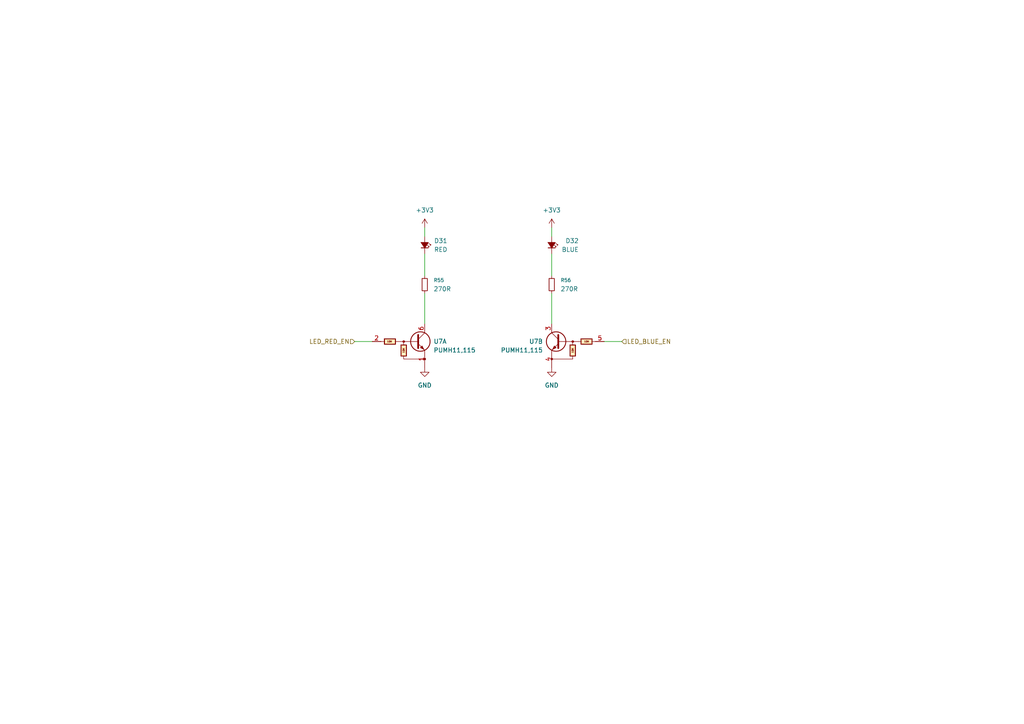
<source format=kicad_sch>
(kicad_sch (version 20250114) (generator "eeschema") (generator_version "9.0")
  (paper "A4")
  (title_block (title "Control Unit Tester") (date "2025-10-21") (rev "2"))
  (lib_symbols
    (symbol "Device:LED_Small_Filled" (pin_numbers (hide yes)) (pin_names (offset 0.254) (hide yes))
      (property "Reference" "D" (at -1.27 3.175 0))
      (property "Value" "LED_Small_Filled" (at -4.445 -2.54 0))
      (symbol "LED_Small_Filled_0_1"
        (polyline (pts (xy -0.762 -1.016) (xy -0.762 1.016)) (stroke (width 0.254)))
        (polyline (pts (xy 0 0.762) (xy -0.508 1.27) (xy -0.254 1.27) (xy -0.508 1.27) (xy -0.508 1.016)))
        (polyline (pts (xy 0.508 1.27) (xy 0 1.778) (xy 0.254 1.778) (xy 0 1.778) (xy 0 1.524)))
        (polyline (pts (xy 0.762 -1.016) (xy -0.762 0) (xy 0.762 1.016) (xy 0.762 -1.016)) (stroke (width 0.254)) (fill (type outline)))
        (polyline (pts (xy 1.016 0) (xy -0.762 0)))
      )
      (symbol "LED_Small_Filled_1_1"
        (pin passive line (at -2.54 0 0) (length 1.778) (name "K") (number "1"))
        (pin passive line (at 2.54 0 180) (length 1.778) (name "A") (number "2"))
      )
    )
    (symbol "Device:R_Small" (pin_numbers (hide yes)) (pin_names (offset 0.254) (hide yes))
      (property "Reference" "R" (at 0 0 90))
      (property "Value" "R_Small" (at 1.778 0 90))
      (symbol "R_Small_0_1"
        (rectangle (start -0.762 1.778) (end 0.762 -1.778) (stroke (width 0.2032)))
      )
      (symbol "R_Small_1_1"
        (pin passive line (at 0 2.54 270) (length 0.762) (name "~") (number "1"))
        (pin passive line (at 0 -2.54 90) (length 0.762) (name "~") (number "2"))
      )
    )
    (symbol "My_Libraries:PUMH11,115"
      (property "Reference" "U" (at 0 0 0))
      (property "Value" "PUMH11,115" (at 0 0 0))
      (symbol "PUMH11,115_0_0"
        (circle (center -6.096 0) (radius 0.2736) (stroke (width 0.1524)) (fill (type outline)))
        (circle (center 0 -5.08) (radius 0.2736) (stroke (width 0.1524)) (fill (type outline)))
        (text "10K" (at -10.16 0 0) (effects (font (size 0.508 0.508))))
        (text "10K" (at -6.096 -2.54 900) (effects (font (size 0.508 0.508))))
      )
      (symbol "PUMH11,115_0_1"
        (polyline (pts (xy -12.7 0) (xy -11.684 0)) (stroke (width 0.1524)))
        (rectangle (start -11.684 -0.762) (end -8.509 0.762) (stroke (width 0.3048)) (fill (type background)))
        (polyline (pts (xy -8.382 0) (xy -8.128 0) (xy -2.032 0)) (stroke (width 0.1524)))
        (rectangle (start -6.858 -1.016) (end -5.334 -4.191) (stroke (width 0.3048)) (fill (type background)))
        (polyline (pts (xy -6.096 -1.016) (xy -6.096 0)) (stroke (width 0.1524)))
        (polyline (pts (xy -6.096 -4.318) (xy -6.096 -5.08) (xy 0 -5.08)) (stroke (width 0.1524)))
        (polyline (pts (xy -1.905 1.905) (xy -1.905 -1.905) (xy -1.905 -1.905)) (stroke (width 0.508)))
        (polyline (pts (xy -1.905 0.635) (xy 0 2.54)))
        (polyline (pts (xy -1.905 -0.635) (xy 0 -2.54) (xy 0 -2.54)))
        (circle (center -1.27 0) (radius 2.8194) (stroke (width 0.254)))
        (polyline (pts (xy -1.27 -1.778) (xy -0.762 -1.27) (xy -0.254 -2.286) (xy -1.27 -1.778) (xy -1.27 -1.778)) (fill (type outline)))
      )
      (symbol "PUMH11,115_1_1"
        (pin passive line (at -15.24 0 0) (length 2.54) (name "") (number "2"))
        (pin passive line (at 0 5.08 270) (length 2.54) (name "") (number "6"))
        (pin passive line (at 0 -7.62 90) (length 5.08) (name "") (number "1"))
      )
      (symbol "PUMH11,115_2_1"
        (pin passive line (at -15.24 0 0) (length 2.54) (name "") (number "5"))
        (pin passive line (at 0 5.08 270) (length 2.54) (name "") (number "3"))
        (pin passive line (at 0 -7.62 90) (length 5.08) (name "") (number "4"))
      )
    )
    (symbol "power:+3V3" (power) (pin_numbers (hide yes)) (pin_names (offset 0) (hide yes))
      (property "Value" "+3V3" (at 0 3.556 0))
      (symbol "+3V3_0_1"
        (polyline (pts (xy -0.762 1.27) (xy 0 2.54)))
        (polyline (pts (xy 0 2.54) (xy 0.762 1.27)))
        (polyline (pts (xy 0 0) (xy 0 2.54)))
      )
      (symbol "+3V3_1_1"
        (pin power_in line (at 0 0 90) (length 0) (name "~") (number "1"))
      )
    )
    (symbol "power:GND" (power) (pin_numbers (hide yes)) (pin_names (offset 0) (hide yes))
      (property "Value" "GND" (at 0 -3.81 0))
      (symbol "GND_0_1"
        (polyline (pts (xy 0 0) (xy 0 -1.27) (xy 1.27 -1.27) (xy 0 -2.54) (xy -1.27 -1.27) (xy 0 -1.27)))
      )
      (symbol "GND_1_1"
        (pin power_in line (at 0 0 270) (length 0) (name "~") (number "1"))
      )
    )
  )
  (wire (pts (xy 123.19 85.09) (xy 123.19 93.98)))
  (wire (pts (xy 102.87 99.06) (xy 107.95 99.06)))
  (wire (pts (xy 175.26 99.06) (xy 180.34 99.06)))
  (wire (pts (xy 160.02 66.04) (xy 160.02 68.58)))
  (wire (pts (xy 123.19 73.66) (xy 123.19 80.01)))
  (wire (pts (xy 123.19 66.04) (xy 123.19 68.58)))
  (wire (pts (xy 160.02 85.09) (xy 160.02 93.98)))
  (wire (pts (xy 160.02 73.66) (xy 160.02 80.01)))
  (hierarchical_label "LED_RED_EN" (shape input) (at 102.87 99.06 180))
  (hierarchical_label "LED_BLUE_EN" (shape input) (at 180.34 99.06 0))
  (symbol (lib_id "My_Libraries:PUMH11,115") (at 123.19 99.06 0) (unit 1)
    (property "Reference" "U2" (at 125.73 99.0316 0) (effects (justify left)))
    (property "Value" "PUMH11,115" (at 125.73 101.5716 0) (effects (justify left)))
    (property "Footprint" "Package_TO_SOT_SMD:SOT-363_SC-70-6" (effects (hide yes)))
    (property "Datasheet" "https://assets.nexperia.com/documents/data-sheet/PUMH11.pdf" (effects (hide yes)))
    (property "Description" "Dual NPN Transistor with internal resistors SOT-363" (effects (hide yes)))
    (property "PartID" "450" (effects (hide yes)))
    (instances (project "vehicle_io_validator" (path "" (reference "U7") (unit 1)) (path "" (reference "U14") (unit 1)) (path "" (reference "U12") (unit 1)) (path "" (reference "U4") (unit 1)) (path "" (reference "U22") (unit 1)) (path "" (reference "U15") (unit 1)) (path "" (reference "U9") (unit 1)) (path "" (reference "U16") (unit 1)) (path "" (reference "U19") (unit 1)) (path "" (reference "U10") (unit 1)) (path "" (reference "U5") (unit 1)) (path "" (reference "U13") (unit 1)) (path "" (reference "U8") (unit 1)) (path "" (reference "U21") (unit 1)) (path "" (reference "U11") (unit 1)) (path "" (reference "U20") (unit 1)) (path "" (reference "U6") (unit 1)) (path "" (reference "U2") (unit 1)) (path "" (reference "U18") (unit 1)) (path "" (reference "U3") (unit 1))))
  )
  (symbol (lib_id "power:+3V3") (at 123.19 66.04 0) (unit 1)
    (property "Reference" "#PWR096" (effects (hide yes)))
    (property "Value" "+3V3" (at 123.19 60.96 0))
    (property "Description" "Power symbol creates a global label with name \"+3V3\"" (effects (hide yes)))
    (instances (project "vehicle_io_validator" (path "" (reference "#PWR0101") (unit 1)) (path "" (reference "#PWR0108") (unit 1)) (path "" (reference "#PWR0106") (unit 1)) (path "" (reference "#PWR098") (unit 1)) (path "" (reference "#PWR0115") (unit 1)) (path "" (reference "#PWR0109") (unit 1)) (path "" (reference "#PWR0103") (unit 1)) (path "" (reference "#PWR0110") (unit 1)) (path "" (reference "#PWR0112") (unit 1)) (path "" (reference "#PWR0104") (unit 1)) (path "" (reference "#PWR099") (unit 1)) (path "" (reference "#PWR0107") (unit 1)) (path "" (reference "#PWR0102") (unit 1)) (path "" (reference "#PWR0114") (unit 1)) (path "" (reference "#PWR0105") (unit 1)) (path "" (reference "#PWR0113") (unit 1)) (path "" (reference "#PWR0100") (unit 1)) (path "" (reference "#PWR096") (unit 1)) (path "" (reference "#PWR0111") (unit 1)) (path "" (reference "#PWR097") (unit 1))))
  )
  (symbol (lib_id "power:+3V3") (at 160.02 66.04 0) (unit 1)
    (property "Reference" "#PWR076" (effects (hide yes)))
    (property "Value" "+3V3" (at 160.02 60.96 0))
    (property "Description" "Power symbol creates a global label with name \"+3V3\"" (effects (hide yes)))
    (instances (project "vehicle_io_validator" (path "" (reference "#PWR081") (unit 1)) (path "" (reference "#PWR088") (unit 1)) (path "" (reference "#PWR086") (unit 1)) (path "" (reference "#PWR078") (unit 1)) (path "" (reference "#PWR095") (unit 1)) (path "" (reference "#PWR089") (unit 1)) (path "" (reference "#PWR083") (unit 1)) (path "" (reference "#PWR090") (unit 1)) (path "" (reference "#PWR092") (unit 1)) (path "" (reference "#PWR084") (unit 1)) (path "" (reference "#PWR079") (unit 1)) (path "" (reference "#PWR087") (unit 1)) (path "" (reference "#PWR082") (unit 1)) (path "" (reference "#PWR094") (unit 1)) (path "" (reference "#PWR085") (unit 1)) (path "" (reference "#PWR093") (unit 1)) (path "" (reference "#PWR080") (unit 1)) (path "" (reference "#PWR076") (unit 1)) (path "" (reference "#PWR091") (unit 1)) (path "" (reference "#PWR077") (unit 1))))
  )
  (symbol (lib_id "power:GND") (at 123.19 106.68 0) (unit 1)
    (property "Reference" "#PWR034" (effects (hide yes)))
    (property "Value" "GND" (at 123.19 111.76 0))
    (property "Description" "Power symbol creates a global label with name \"GND\" , ground" (effects (hide yes)))
    (instances (project "vehicle_io_validator" (path "" (reference "#PWR044") (unit 1)) (path "" (reference "#PWR058") (unit 1)) (path "" (reference "#PWR054") (unit 1)) (path "" (reference "#PWR038") (unit 1)) (path "" (reference "#PWR072") (unit 1)) (path "" (reference "#PWR060") (unit 1)) (path "" (reference "#PWR048") (unit 1)) (path "" (reference "#PWR062") (unit 1)) (path "" (reference "#PWR066") (unit 1)) (path "" (reference "#PWR050") (unit 1)) (path "" (reference "#PWR040") (unit 1)) (path "" (reference "#PWR056") (unit 1)) (path "" (reference "#PWR046") (unit 1)) (path "" (reference "#PWR070") (unit 1)) (path "" (reference "#PWR052") (unit 1)) (path "" (reference "#PWR068") (unit 1)) (path "" (reference "#PWR042") (unit 1)) (path "" (reference "#PWR034") (unit 1)) (path "" (reference "#PWR064") (unit 1)) (path "" (reference "#PWR036") (unit 1))))
  )
  (symbol (lib_id "Device:R_Small") (at 123.19 82.55 0) (mirror y) (unit 1)
    (property "Reference" "R45" (at 125.73 81.2799 0) (effects (font (size 1.016 1.016)) (justify right)))
    (property "Value" "270R" (at 125.73 83.8199 0) (effects (justify right)))
    (property "Footprint" "Resistor_SMD:R_0603_1608Metric" (effects (hide yes)))
    (property "Description" "Resistor, small symbol" (effects (hide yes)))
    (instances (project "vehicle_io_validator" (path "" (reference "R55") (unit 1)) (path "" (reference "R69") (unit 1)) (path "" (reference "R65") (unit 1)) (path "" (reference "R49") (unit 1)) (path "" (reference "R83") (unit 1)) (path "" (reference "R71") (unit 1)) (path "" (reference "R59") (unit 1)) (path "" (reference "R73") (unit 1)) (path "" (reference "R77") (unit 1)) (path "" (reference "R61") (unit 1)) (path "" (reference "R51") (unit 1)) (path "" (reference "R67") (unit 1)) (path "" (reference "R57") (unit 1)) (path "" (reference "R81") (unit 1)) (path "" (reference "R63") (unit 1)) (path "" (reference "R79") (unit 1)) (path "" (reference "R53") (unit 1)) (path "" (reference "R45") (unit 1)) (path "" (reference "R75") (unit 1)) (path "" (reference "R47") (unit 1))))
  )
  (symbol (lib_id "Device:R_Small") (at 160.02 82.55 0) (mirror y) (unit 1)
    (property "Reference" "R46" (at 162.56 81.2799 0) (effects (font (size 1.016 1.016)) (justify right)))
    (property "Value" "270R" (at 162.56 83.8199 0) (effects (justify right)))
    (property "Footprint" "Resistor_SMD:R_0603_1608Metric" (effects (hide yes)))
    (property "Description" "Resistor, small symbol" (effects (hide yes)))
    (instances (project "vehicle_io_validator" (path "" (reference "R56") (unit 1)) (path "" (reference "R70") (unit 1)) (path "" (reference "R66") (unit 1)) (path "" (reference "R50") (unit 1)) (path "" (reference "R84") (unit 1)) (path "" (reference "R72") (unit 1)) (path "" (reference "R60") (unit 1)) (path "" (reference "R74") (unit 1)) (path "" (reference "R78") (unit 1)) (path "" (reference "R62") (unit 1)) (path "" (reference "R52") (unit 1)) (path "" (reference "R68") (unit 1)) (path "" (reference "R58") (unit 1)) (path "" (reference "R82") (unit 1)) (path "" (reference "R64") (unit 1)) (path "" (reference "R80") (unit 1)) (path "" (reference "R54") (unit 1)) (path "" (reference "R46") (unit 1)) (path "" (reference "R76") (unit 1)) (path "" (reference "R48") (unit 1))))
  )
  (symbol (lib_id "power:GND") (at 160.02 106.68 0) (unit 1)
    (property "Reference" "#PWR035" (effects (hide yes)))
    (property "Value" "GND" (at 160.02 111.76 0))
    (property "Description" "Power symbol creates a global label with name \"GND\" , ground" (effects (hide yes)))
    (instances (project "vehicle_io_validator" (path "" (reference "#PWR045") (unit 1)) (path "" (reference "#PWR059") (unit 1)) (path "" (reference "#PWR055") (unit 1)) (path "" (reference "#PWR039") (unit 1)) (path "" (reference "#PWR073") (unit 1)) (path "" (reference "#PWR061") (unit 1)) (path "" (reference "#PWR049") (unit 1)) (path "" (reference "#PWR063") (unit 1)) (path "" (reference "#PWR067") (unit 1)) (path "" (reference "#PWR051") (unit 1)) (path "" (reference "#PWR041") (unit 1)) (path "" (reference "#PWR057") (unit 1)) (path "" (reference "#PWR047") (unit 1)) (path "" (reference "#PWR071") (unit 1)) (path "" (reference "#PWR053") (unit 1)) (path "" (reference "#PWR069") (unit 1)) (path "" (reference "#PWR043") (unit 1)) (path "" (reference "#PWR035") (unit 1)) (path "" (reference "#PWR065") (unit 1)) (path "" (reference "#PWR037") (unit 1))))
  )
  (symbol (lib_id "My_Libraries:PUMH11,115") (at 160.02 99.06 0) (mirror y) (unit 2)
    (property "Reference" "U2" (at 157.48 99.0316 0) (effects (justify left)))
    (property "Value" "PUMH11,115" (at 157.48 101.5716 0) (effects (justify left)))
    (property "Footprint" "Package_TO_SOT_SMD:SOT-363_SC-70-6" (effects (hide yes)))
    (property "Datasheet" "https://assets.nexperia.com/documents/data-sheet/PUMH11.pdf" (effects (hide yes)))
    (property "Description" "Dual NPN Transistor with internal resistors SOT-363" (effects (hide yes)))
    (property "PartID" "450" (effects (hide yes)))
    (instances (project "vehicle_io_validator" (path "" (reference "U7") (unit 2)) (path "" (reference "U14") (unit 2)) (path "" (reference "U12") (unit 2)) (path "" (reference "U4") (unit 2)) (path "" (reference "U22") (unit 2)) (path "" (reference "U15") (unit 2)) (path "" (reference "U9") (unit 2)) (path "" (reference "U16") (unit 2)) (path "" (reference "U19") (unit 2)) (path "" (reference "U10") (unit 2)) (path "" (reference "U5") (unit 2)) (path "" (reference "U13") (unit 2)) (path "" (reference "U8") (unit 2)) (path "" (reference "U21") (unit 2)) (path "" (reference "U11") (unit 2)) (path "" (reference "U20") (unit 2)) (path "" (reference "U6") (unit 2)) (path "" (reference "U2") (unit 2)) (path "" (reference "U18") (unit 2)) (path "" (reference "U3") (unit 2))))
  )
  (symbol (lib_id "Device:LED_Small_Filled") (at 160.02 71.12 270) (mirror x) (unit 1)
    (property "Reference" "D22" (at 167.894 69.85 90) (effects (justify right)))
    (property "Value" "BLUE" (at 167.894 72.39 90) (effects (justify right)))
    (property "Footprint" "LED_SMD:LED_0805_2012Metric" (effects (hide yes)))
    (property "Description" "Light emitting diode, small symbol, filled shape" (effects (hide yes)))
    (property "Sim.Pins" "1=K 2=A" (effects (hide yes)))
    (property "PartID" "2163" (effects (hide yes)))
    (instances (project "vehicle_io_validator" (path "" (reference "D32") (unit 1)) (path "" (reference "D46") (unit 1)) (path "" (reference "D42") (unit 1)) (path "" (reference "D26") (unit 1)) (path "" (reference "D62") (unit 1)) (path "" (reference "D48") (unit 1)) (path "" (reference "D36") (unit 1)) (path "" (reference "D52") (unit 1)) (path "" (reference "D56") (unit 1)) (path "" (reference "D38") (unit 1)) (path "" (reference "D28") (unit 1)) (path "" (reference "D44") (unit 1)) (path "" (reference "D34") (unit 1)) (path "" (reference "D60") (unit 1)) (path "" (reference "D40") (unit 1)) (path "" (reference "D58") (unit 1)) (path "" (reference "D30") (unit 1)) (path "" (reference "D22") (unit 1)) (path "" (reference "D54") (unit 1)) (path "" (reference "D24") (unit 1))))
  )
  (symbol (lib_id "Device:LED_Small_Filled") (at 123.19 71.12 270) (mirror x) (unit 1)
    (property "Reference" "D21" (at 129.794 69.85 90) (effects (justify right)))
    (property "Value" "RED" (at 129.794 72.39 90) (effects (justify right)))
    (property "Footprint" "LED_SMD:LED_0805_2012Metric" (effects (hide yes)))
    (property "Description" "Light emitting diode, small symbol, filled shape" (effects (hide yes)))
    (property "Sim.Pins" "1=K 2=A" (effects (hide yes)))
    (property "PartID" "2162" (effects (hide yes)))
    (instances (project "vehicle_io_validator" (path "" (reference "D31") (unit 1)) (path "" (reference "D45") (unit 1)) (path "" (reference "D41") (unit 1)) (path "" (reference "D25") (unit 1)) (path "" (reference "D61") (unit 1)) (path "" (reference "D47") (unit 1)) (path "" (reference "D35") (unit 1)) (path "" (reference "D49") (unit 1)) (path "" (reference "D55") (unit 1)) (path "" (reference "D37") (unit 1)) (path "" (reference "D27") (unit 1)) (path "" (reference "D43") (unit 1)) (path "" (reference "D33") (unit 1)) (path "" (reference "D59") (unit 1)) (path "" (reference "D39") (unit 1)) (path "" (reference "D57") (unit 1)) (path "" (reference "D29") (unit 1)) (path "" (reference "D21") (unit 1)) (path "" (reference "D53") (unit 1)) (path "" (reference "D23") (unit 1))))
  )
)
</source>
